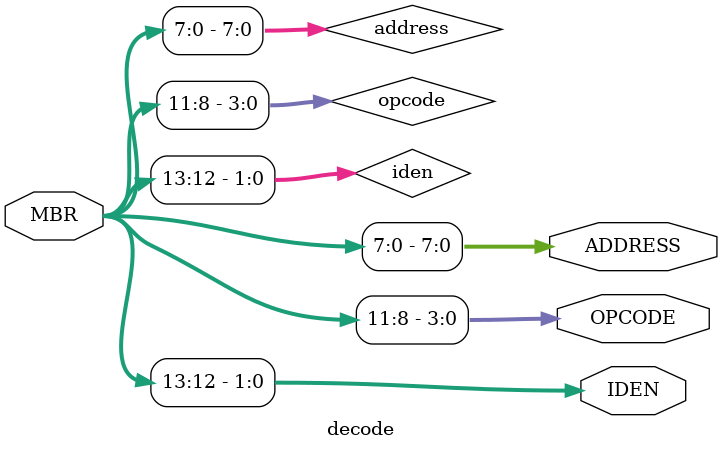
<source format=v>
module decode(
 	input	wire	[15:0]	MBR,		// 16bit Memory
	output wire [1:0]	IDEN,		  // [13:12] 2bit 명령어 / 메모리 식별
  output wire [3:0]	OPCODE,	  // [11:8] 4bit opcode
  output wire [7:0]	ADDRESS	  // 마지막 8bit address
);

reg [1:0] iden;
reg [3:0] opcode;
reg [7:0] address;

assign IDEN = iden;
assign OPCODE = opcode;
assign ADDRESS = address;

always @(*) begin
	iden	  <= MBR[13:12];
	opcode  <= MBR[11:8];
	address <= MBR[7:0];
end

endmodule

</source>
